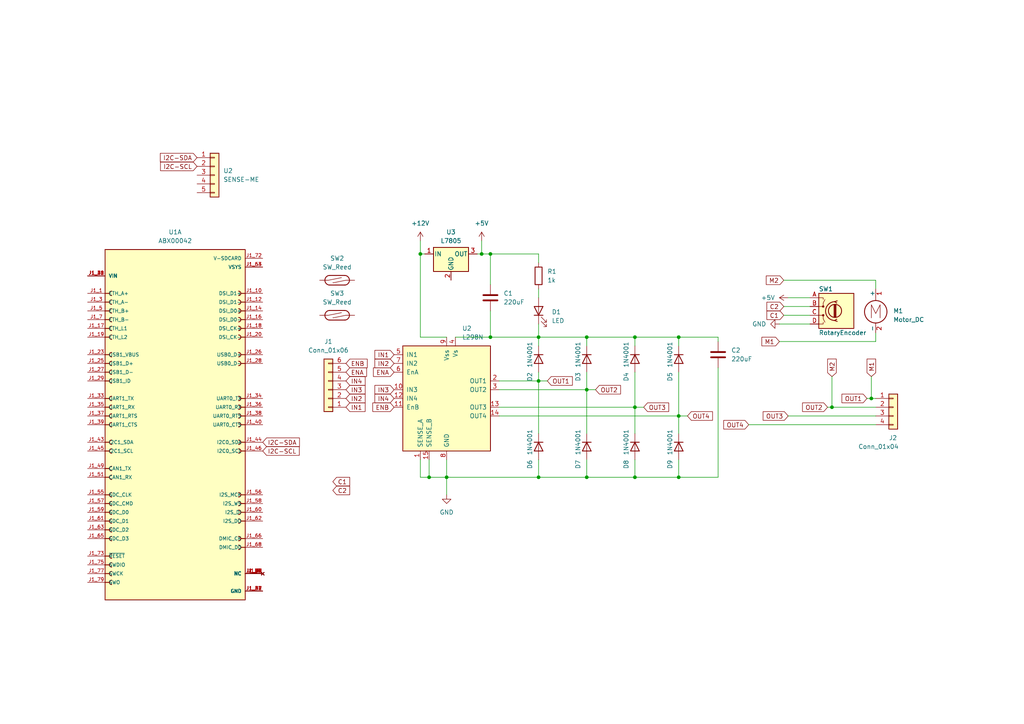
<source format=kicad_sch>
(kicad_sch (version 20230121) (generator eeschema)
  (paper "A4")
  (lib_symbols
    (symbol "ABX00042:ABX00042" (pin_names (offset 1.016))
      (property "Reference" "U" (at -20.32 52.07 0))
      (property "Value" "ABX00042" (at -20.32 -53.34 0))
      (symbol "ABX00042_1_0"
        (pin input line (at -25.4 38.1 0) (length 5.08) (name "ETH_A+") (number "J1_1"))
        (pin bidirectional line (at 25.4 38.1 180) (length 5.08) (name "DSI_D1+") (number "J1_10"))
        (pin no_connect line (at 25.4 -43.18 180) (length 5.08) (name "NC") (number "J1_11"))
        (pin bidirectional line (at 25.4 35.56 180) (length 5.08) (name "DSI_D1-") (number "J1_12"))
        (pin no_connect line (at 25.4 -43.18 180) (length 5.08) (name "NC") (number "J1_13"))
        (pin bidirectional line (at 25.4 33.02 180) (length 5.08) (name "DSI_D0+") (number "J1_14"))
        (pin no_connect line (at 25.4 -43.18 180) (length 5.08) (name "NC") (number "J1_15"))
        (pin bidirectional line (at 25.4 30.48 180) (length 5.08) (name "DSI_D0-") (number "J1_16"))
        (pin output line (at -25.4 27.94 0) (length 5.08) (name "ETH_L1") (number "J1_17"))
        (pin bidirectional line (at 25.4 27.94 180) (length 5.08) (name "DSI_CK+") (number "J1_18"))
        (pin output line (at -25.4 25.4 0) (length 5.08) (name "ETH_L2") (number "J1_19"))
        (pin no_connect line (at 25.4 -43.18 180) (length 5.08) (name "NC") (number "J1_2"))
        (pin bidirectional line (at 25.4 25.4 180) (length 5.08) (name "DSI_CK-") (number "J1_20"))
        (pin input line (at -25.4 43.18 0) (length 5.08) (name "VIN") (number "J1_21"))
        (pin power_in line (at 25.4 -48.26 180) (length 5.08) (name "GND") (number "J1_22"))
        (pin power_in line (at -25.4 20.32 0) (length 5.08) (name "USB1_VBUS") (number "J1_23"))
        (pin no_connect line (at 25.4 -43.18 180) (length 5.08) (name "NC") (number "J1_24"))
        (pin bidirectional line (at -25.4 17.78 0) (length 5.08) (name "USB1_D+") (number "J1_25"))
        (pin bidirectional line (at 25.4 20.32 180) (length 5.08) (name "USB0_D+") (number "J1_26"))
        (pin bidirectional line (at -25.4 15.24 0) (length 5.08) (name "USB1_D-") (number "J1_27"))
        (pin bidirectional line (at 25.4 17.78 180) (length 5.08) (name "USB0_D-") (number "J1_28"))
        (pin bidirectional line (at -25.4 12.7 0) (length 5.08) (name "USB1_ID") (number "J1_29"))
        (pin input line (at -25.4 35.56 0) (length 5.08) (name "ETH_A-") (number "J1_3"))
        (pin no_connect line (at 25.4 -43.18 180) (length 5.08) (name "NC") (number "J1_30"))
        (pin power_in line (at 25.4 -48.26 180) (length 5.08) (name "GND") (number "J1_31"))
        (pin input line (at -25.4 43.18 0) (length 5.08) (name "VIN") (number "J1_32"))
        (pin output line (at -25.4 7.62 0) (length 5.08) (name "UART1_TX") (number "J1_33"))
        (pin output line (at 25.4 7.62 180) (length 5.08) (name "UART0_TX") (number "J1_34"))
        (pin input line (at -25.4 5.08 0) (length 5.08) (name "UART1_RX") (number "J1_35"))
        (pin input line (at 25.4 5.08 180) (length 5.08) (name "UART0_RX") (number "J1_36"))
        (pin bidirectional line (at -25.4 2.54 0) (length 5.08) (name "UART1_RTS") (number "J1_37"))
        (pin bidirectional line (at 25.4 2.54 180) (length 5.08) (name "UART0_RTS") (number "J1_38"))
        (pin bidirectional line (at -25.4 0 0) (length 5.08) (name "UART1_CTS") (number "J1_39"))
        (pin no_connect line (at 25.4 -43.18 180) (length 5.08) (name "NC") (number "J1_4"))
        (pin bidirectional line (at 25.4 0 180) (length 5.08) (name "UART0_CTS") (number "J1_40"))
        (pin input line (at -25.4 43.18 0) (length 5.08) (name "VIN") (number "J1_41"))
        (pin power_in line (at 25.4 -48.26 180) (length 5.08) (name "GND") (number "J1_42"))
        (pin bidirectional line (at -25.4 -5.08 0) (length 5.08) (name "I2C1_SDA") (number "J1_43"))
        (pin bidirectional line (at 25.4 -5.08 180) (length 5.08) (name "I2C0_SDA") (number "J1_44"))
        (pin input line (at -25.4 -7.62 0) (length 5.08) (name "I2C1_SCL") (number "J1_45"))
        (pin input line (at 25.4 -7.62 180) (length 5.08) (name "I2C0_SCL") (number "J1_46"))
        (pin power_in line (at 25.4 -48.26 180) (length 5.08) (name "GND") (number "J1_47"))
        (pin input line (at -25.4 43.18 0) (length 5.08) (name "VIN") (number "J1_48"))
        (pin output line (at -25.4 -12.7 0) (length 5.08) (name "CAN1_TX") (number "J1_49"))
        (pin input line (at -25.4 33.02 0) (length 5.08) (name "ETH_B+") (number "J1_5"))
        (pin no_connect line (at 25.4 -43.18 180) (length 5.08) (name "NC") (number "J1_50"))
        (pin input line (at -25.4 -15.24 0) (length 5.08) (name "CAN1_RX") (number "J1_51"))
        (pin no_connect line (at 25.4 -43.18 180) (length 5.08) (name "NC") (number "J1_52"))
        (pin power_in line (at 25.4 45.72 180) (length 5.08) (name "VSYS") (number "J1_53"))
        (pin power_in line (at 25.4 -48.26 180) (length 5.08) (name "GND") (number "J1_54"))
        (pin input line (at -25.4 -20.32 0) (length 5.08) (name "SDC_CLK") (number "J1_55"))
        (pin bidirectional line (at 25.4 -20.32 180) (length 5.08) (name "I2S_MCK") (number "J1_56"))
        (pin input line (at -25.4 -22.86 0) (length 5.08) (name "SDC_CMD") (number "J1_57"))
        (pin bidirectional line (at 25.4 -22.86 180) (length 5.08) (name "I2S_WS") (number "J1_58"))
        (pin bidirectional line (at -25.4 -25.4 0) (length 5.08) (name "SDC_D0") (number "J1_59"))
        (pin no_connect line (at 25.4 -43.18 180) (length 5.08) (name "NC") (number "J1_6"))
        (pin input line (at 25.4 -25.4 180) (length 5.08) (name "I2S_DI") (number "J1_60"))
        (pin bidirectional line (at -25.4 -27.94 0) (length 5.08) (name "SDC_D1") (number "J1_61"))
        (pin output line (at 25.4 -27.94 180) (length 5.08) (name "I2S_DO") (number "J1_62"))
        (pin bidirectional line (at -25.4 -30.48 0) (length 5.08) (name "SDC_D2") (number "J1_63"))
        (pin power_in line (at 25.4 45.72 180) (length 5.08) (name "VSYS") (number "J1_64"))
        (pin bidirectional line (at -25.4 -33.02 0) (length 5.08) (name "SDC_D3") (number "J1_65"))
        (pin bidirectional line (at 25.4 -33.02 180) (length 5.08) (name "DMIC_CK") (number "J1_66"))
        (pin no_connect line (at 25.4 -43.18 180) (length 5.08) (name "NC") (number "J1_67"))
        (pin bidirectional line (at 25.4 -35.56 180) (length 5.08) (name "DMIC_D0") (number "J1_68"))
        (pin no_connect line (at 25.4 -43.18 180) (length 5.08) (name "NC") (number "J1_69"))
        (pin input line (at -25.4 30.48 0) (length 5.08) (name "ETH_B-") (number "J1_7"))
        (pin no_connect line (at 25.4 -43.18 180) (length 5.08) (name "NC") (number "J1_70"))
        (pin no_connect line (at 25.4 -43.18 180) (length 5.08) (name "NC") (number "J1_71"))
        (pin power_in line (at 25.4 48.26 180) (length 5.08) (name "V-SDCARD") (number "J1_72"))
        (pin input line (at -25.4 -38.1 0) (length 5.08) (name "~{RESET}") (number "J1_73"))
        (pin no_connect line (at 25.4 -43.18 180) (length 5.08) (name "NC") (number "J1_74"))
        (pin bidirectional line (at -25.4 -40.64 0) (length 5.08) (name "SWDIO") (number "J1_75"))
        (pin no_connect line (at 25.4 -43.18 180) (length 5.08) (name "NC") (number "J1_76"))
        (pin input line (at -25.4 -43.18 0) (length 5.08) (name "SWCK") (number "J1_77"))
        (pin no_connect line (at 25.4 -43.18 180) (length 5.08) (name "NC") (number "J1_78"))
        (pin output line (at -25.4 -45.72 0) (length 5.08) (name "SWO") (number "J1_79"))
        (pin no_connect line (at 25.4 -43.18 180) (length 5.08) (name "NC") (number "J1_8"))
        (pin no_connect line (at 25.4 -43.18 180) (length 5.08) (name "NC") (number "J1_80"))
        (pin no_connect line (at 25.4 -43.18 180) (length 5.08) (name "NC") (number "J1_9"))
      )
      (symbol "ABX00042_2_0"
        (pin input line (at -25.4 38.1 0) (length 5.08) (name "FORCE_BOOTLOADER") (number "J2_1"))
        (pin bidirectional line (at 25.4 27.94 180) (length 5.08) (name "CAM_D3") (number "J2_10"))
        (pin no_connect line (at 25.4 -40.64 180) (length 5.08) (name "NC_1") (number "J2_11"))
        (pin bidirectional line (at 25.4 25.4 180) (length 5.08) (name "CAM_D2") (number "J2_12"))
        (pin no_connect line (at 25.4 -40.64 180) (length 5.08) (name "NC_1") (number "J2_13"))
        (pin bidirectional line (at 25.4 22.86 180) (length 5.08) (name "CAM_D1") (number "J2_14"))
        (pin no_connect line (at 25.4 -40.64 180) (length 5.08) (name "NC_1") (number "J2_15"))
        (pin bidirectional line (at 25.4 20.32 180) (length 5.08) (name "CAM_D0") (number "J2_16"))
        (pin no_connect line (at 25.4 -40.64 180) (length 5.08) (name "NC_1") (number "J2_17"))
        (pin bidirectional line (at 25.4 17.78 180) (length 5.08) (name "CAM_VS") (number "J2_18"))
        (pin no_connect line (at 25.4 -40.64 180) (length 5.08) (name "NC_1") (number "J2_19"))
        (pin bidirectional line (at 25.4 38.1 180) (length 5.08) (name "CAM_D7") (number "J2_2"))
        (pin bidirectional line (at 25.4 15.24 180) (length 5.08) (name "CAM_CLK") (number "J2_20"))
        (pin no_connect line (at 25.4 -40.64 180) (length 5.08) (name "NC_1") (number "J2_21"))
        (pin bidirectional line (at 25.4 12.7 180) (length 5.08) (name "CAM_HS") (number "J2_22"))
        (pin power_in line (at 25.4 43.18 180) (length 5.08) (name "VCC/+3V3") (number "J2_23"))
        (pin power_in line (at 25.4 -45.72 180) (length 5.08) (name "GND_1") (number "J2_24"))
        (pin output line (at -25.4 25.4 0) (length 5.08) (name "UART3_TX") (number "J2_25"))
        (pin output line (at 25.4 7.62 180) (length 5.08) (name "UART2_TX") (number "J2_26"))
        (pin input line (at -25.4 22.86 0) (length 5.08) (name "UART3_RX") (number "J2_27"))
        (pin input line (at 25.4 5.08 180) (length 5.08) (name "UART2_RX") (number "J2_28"))
        (pin no_connect line (at 25.4 -40.64 180) (length 5.08) (name "NC_1") (number "J2_29"))
        (pin input line (at -25.4 35.56 0) (length 5.08) (name "BOOT_SOURCE") (number "J2_3"))
        (pin no_connect line (at 25.4 -40.64 180) (length 5.08) (name "NC_1") (number "J2_30"))
        (pin no_connect line (at 25.4 -40.64 180) (length 5.08) (name "NC_1") (number "J2_31"))
        (pin no_connect line (at 25.4 -40.64 180) (length 5.08) (name "NC_1") (number "J2_32"))
        (pin power_in line (at 25.4 -45.72 180) (length 5.08) (name "GND_1") (number "J2_33"))
        (pin power_in line (at 25.4 45.72 180) (length 5.08) (name "VCC") (number "J2_34"))
        (pin no_connect line (at 25.4 -40.64 180) (length 5.08) (name "NC_1") (number "J2_35"))
        (pin input line (at 25.4 0 180) (length 5.08) (name "SPI1_CS") (number "J2_36"))
        (pin no_connect line (at 25.4 -40.64 180) (length 5.08) (name "NC_1") (number "J2_37"))
        (pin input line (at 25.4 -2.54 180) (length 5.08) (name "SPI1_CK") (number "J2_38"))
        (pin no_connect line (at 25.4 -40.64 180) (length 5.08) (name "NC_1") (number "J2_39"))
        (pin bidirectional line (at 25.4 35.56 180) (length 5.08) (name "CAM_D6") (number "J2_4"))
        (pin output line (at 25.4 -5.08 180) (length 5.08) (name "SPI1_MISO") (number "J2_40"))
        (pin no_connect line (at 25.4 -40.64 180) (length 5.08) (name "NC_1") (number "J2_41"))
        (pin input line (at 25.4 -7.62 180) (length 5.08) (name "SPI1_MOSI") (number "J2_42"))
        (pin power_in line (at 25.4 43.18 180) (length 5.08) (name "VCC/+3V3") (number "J2_43"))
        (pin power_in line (at 25.4 -45.72 180) (length 5.08) (name "GND_1") (number "J2_44"))
        (pin bidirectional line (at -25.4 17.78 0) (length 5.08) (name "I2C2_SDA") (number "J2_45"))
        (pin bidirectional line (at -25.4 -27.94 0) (length 5.08) (name "GPIO_0") (number "J2_46"))
        (pin input line (at -25.4 15.24 0) (length 5.08) (name "I2C2_SCL") (number "J2_47"))
        (pin bidirectional line (at -25.4 -30.48 0) (length 5.08) (name "GPIO_1") (number "J2_48"))
        (pin input line (at -25.4 10.16 0) (length 5.08) (name "SAI_CK") (number "J2_49"))
        (pin input line (at -25.4 33.02 0) (length 5.08) (name "POWER_ON_REQ") (number "J2_5"))
        (pin bidirectional line (at -25.4 -33.02 0) (length 5.08) (name "GPIO_2") (number "J2_50"))
        (pin bidirectional line (at -25.4 7.62 0) (length 5.08) (name "SAI_FS") (number "J2_51"))
        (pin bidirectional line (at -25.4 -35.56 0) (length 5.08) (name "GPIO_3") (number "J2_52"))
        (pin bidirectional line (at -25.4 5.08 0) (length 5.08) (name "SAI_D0") (number "J2_53"))
        (pin bidirectional line (at -25.4 -38.1 0) (length 5.08) (name "GPIO_4") (number "J2_54"))
        (pin no_connect line (at 25.4 -40.64 180) (length 5.08) (name "NC_1") (number "J2_55"))
        (pin bidirectional line (at -25.4 -40.64 0) (length 5.08) (name "GPIO_5") (number "J2_56"))
        (pin power_in line (at 25.4 -45.72 180) (length 5.08) (name "GND_1") (number "J2_57"))
        (pin bidirectional line (at -25.4 -43.18 0) (length 5.08) (name "GPIO_6") (number "J2_58"))
        (pin bidirectional line (at 25.4 -12.7 180) (length 5.08) (name "PWM_1") (number "J2_59"))
        (pin bidirectional line (at 25.4 33.02 180) (length 5.08) (name "CAM_D5") (number "J2_6"))
        (pin bidirectional line (at 25.4 -25.4 180) (length 5.08) (name "PWM_6") (number "J2_60"))
        (pin bidirectional line (at 25.4 -15.24 180) (length 5.08) (name "PWM_2") (number "J2_61"))
        (pin bidirectional line (at 25.4 -27.94 180) (length 5.08) (name "PWM_7") (number "J2_62"))
        (pin bidirectional line (at 25.4 -17.78 180) (length 5.08) (name "PWM_3") (number "J2_63"))
        (pin bidirectional line (at 25.4 -30.48 180) (length 5.08) (name "PWM_8") (number "J2_64"))
        (pin bidirectional line (at 25.4 -20.32 180) (length 5.08) (name "PWM_4") (number "J2_65"))
        (pin bidirectional line (at 25.4 -33.02 180) (length 5.08) (name "PWM_9") (number "J2_66"))
        (pin bidirectional line (at 25.4 -22.86 180) (length 5.08) (name "PWM_5") (number "J2_67"))
        (pin bidirectional line (at 25.4 -35.56 180) (length 5.08) (name "PWM_10") (number "J2_68"))
        (pin power_in line (at 25.4 43.18 180) (length 5.08) (name "VCC/+3V3") (number "J2_69"))
        (pin input line (at -25.4 30.48 0) (length 5.08) (name "COINCELL") (number "J2_7"))
        (pin power_in line (at 25.4 -45.72 180) (length 5.08) (name "GND_1") (number "J2_70"))
        (pin input line (at -25.4 0 0) (length 5.08) (name "ADC_VREF+") (number "J2_71"))
        (pin input line (at -25.4 -2.54 0) (length 5.08) (name "ADC_VREF-") (number "J2_72"))
        (pin input line (at -25.4 -5.08 0) (length 5.08) (name "ADC_A0") (number "J2_73"))
        (pin input line (at -25.4 -15.24 0) (length 5.08) (name "ADC_A4") (number "J2_74"))
        (pin input line (at -25.4 -7.62 0) (length 5.08) (name "ADC_A1") (number "J2_75"))
        (pin input line (at -25.4 -17.78 0) (length 5.08) (name "ADC_A5") (number "J2_76"))
        (pin input line (at -25.4 -10.16 0) (length 5.08) (name "ADC_A2") (number "J2_77"))
        (pin input line (at -25.4 -20.32 0) (length 5.08) (name "ADC_A6") (number "J2_78"))
        (pin input line (at -25.4 -12.7 0) (length 5.08) (name "ADC_A3") (number "J2_79"))
        (pin bidirectional line (at 25.4 30.48 180) (length 5.08) (name "CAM_D4") (number "J2_8"))
        (pin input line (at -25.4 -22.86 0) (length 5.08) (name "ADC_A7") (number "J2_80"))
        (pin no_connect line (at 25.4 -40.64 180) (length 5.08) (name "NC_1") (number "J2_9"))
      )
      (symbol "ABX00042_3_0"
        (pin power_in line (at 15.24 27.94 180) (length 5.08) (name "AREF") (number "JA1"))
        (pin bidirectional line (at 15.24 10.16 180) (length 5.08) (name "D1") (number "JA10"))
        (pin bidirectional line (at 15.24 7.62 180) (length 5.08) (name "D2") (number "JA11"))
        (pin bidirectional line (at 15.24 5.08 180) (length 5.08) (name "D3") (number "JA12"))
        (pin bidirectional line (at 15.24 2.54 180) (length 5.08) (name "D4") (number "JA13"))
        (pin bidirectional line (at 15.24 0 180) (length 5.08) (name "D5") (number "JA14"))
        (pin bidirectional line (at -15.24 12.7 0) (length 5.08) (name "A0_D15") (number "JA2"))
        (pin bidirectional line (at -15.24 10.16 0) (length 5.08) (name "A1_D16") (number "JA3"))
        (pin bidirectional line (at -15.24 7.62 0) (length 5.08) (name "A2_D17") (number "JA4"))
        (pin bidirectional line (at -15.24 5.08 0) (length 5.08) (name "A3_D18") (number "JA5"))
        (pin bidirectional line (at -15.24 2.54 0) (length 5.08) (name "A4_D19") (number "JA6"))
        (pin bidirectional line (at -15.24 0 0) (length 5.08) (name "A5_D20") (number "JA7"))
        (pin bidirectional line (at -15.24 -2.54 0) (length 5.08) (name "A6_D21") (number "JA8"))
        (pin bidirectional line (at 15.24 12.7 180) (length 5.08) (name "D0") (number "JA9"))
        (pin power_in line (at 15.24 25.4 180) (length 5.08) (name "+5V") (number "JD1"))
        (pin bidirectional line (at 15.24 -12.7 180) (length 5.08) (name "D10") (number "JD10"))
        (pin bidirectional line (at 15.24 -10.16 180) (length 5.08) (name "D9") (number "JD11"))
        (pin bidirectional line (at 15.24 -7.62 180) (length 5.08) (name "D8") (number "JD12"))
        (pin bidirectional line (at 15.24 -5.08 180) (length 5.08) (name "D7") (number "JD13"))
        (pin bidirectional line (at 15.24 -2.54 180) (length 5.08) (name "D6") (number "JD14"))
        (pin input line (at -15.24 17.78 0) (length 5.08) (name "VIN_1") (number "JD2"))
        (pin power_in line (at 15.24 22.86 180) (length 5.08) (name "+3V3") (number "JD3"))
        (pin power_in line (at 15.24 -27.94 180) (length 5.08) (name "GND_2") (number "JD4"))
        (pin input line (at -15.24 20.32 0) (length 5.08) (name "RESET_1") (number "JD5"))
        (pin bidirectional line (at 15.24 -22.86 180) (length 5.08) (name "D14") (number "JD6"))
        (pin bidirectional line (at 15.24 -20.32 180) (length 5.08) (name "D13") (number "JD7"))
        (pin bidirectional line (at 15.24 -17.78 180) (length 5.08) (name "D12") (number "JD8"))
        (pin bidirectional line (at 15.24 -15.24 180) (length 5.08) (name "D11") (number "JD9"))
      )
    )
    (symbol "Connector_Generic:Conn_01x04" (pin_names (offset 1.016) hide)
      (property "Reference" "J" (at 0 5.08 0))
      (property "Value" "Conn_01x04" (at 0 -7.62 0))
      (symbol "Conn_01x04_1_1"
        (pin passive line (at -5.08 2.54 0) (length 3.81) (name "Pin_1") (number "1"))
        (pin passive line (at -5.08 0 0) (length 3.81) (name "Pin_2") (number "2"))
        (pin passive line (at -5.08 -2.54 0) (length 3.81) (name "Pin_3") (number "3"))
        (pin passive line (at -5.08 -5.08 0) (length 3.81) (name "Pin_4") (number "4"))
      )
    )
    (symbol "Connector_Generic:Conn_01x05" (pin_names (offset 1.016) hide)
      (property "Reference" "J" (at 0 7.62 0))
      (property "Value" "Conn_01x05" (at 0 -7.62 0))
      (symbol "Conn_01x05_1_1"
        (pin passive line (at -5.08 5.08 0) (length 3.81) (name "Pin_1") (number "1"))
        (pin passive line (at -5.08 2.54 0) (length 3.81) (name "Pin_2") (number "2"))
        (pin passive line (at -5.08 0 0) (length 3.81) (name "Pin_3") (number "3"))
        (pin passive line (at -5.08 -2.54 0) (length 3.81) (name "Pin_4") (number "4"))
        (pin passive line (at -5.08 -5.08 0) (length 3.81) (name "Pin_5") (number "5"))
      )
    )
    (symbol "Connector_Generic:Conn_01x06" (pin_names (offset 1.016) hide)
      (property "Reference" "J" (at 0 7.62 0))
      (property "Value" "Conn_01x06" (at 0 -10.16 0))
      (symbol "Conn_01x06_1_1"
        (pin passive line (at -5.08 5.08 0) (length 3.81) (name "Pin_1") (number "1"))
        (pin passive line (at -5.08 2.54 0) (length 3.81) (name "Pin_2") (number "2"))
        (pin passive line (at -5.08 0 0) (length 3.81) (name "Pin_3") (number "3"))
        (pin passive line (at -5.08 -2.54 0) (length 3.81) (name "Pin_4") (number "4"))
        (pin passive line (at -5.08 -5.08 0) (length 3.81) (name "Pin_5") (number "5"))
        (pin passive line (at -5.08 -7.62 0) (length 3.81) (name "Pin_6") (number "6"))
      )
    )
    (symbol "Device:C" (pin_numbers hide) (pin_names (offset 0.254))
      (property "Reference" "C" (at 0.635 2.54 0))
      (property "Value" "C" (at 0.635 -2.54 0))
      (symbol "C_1_1"
        (pin passive line (at 0 3.81 270) (length 2.794) (name "~") (number "1"))
        (pin passive line (at 0 -3.81 90) (length 2.794) (name "~") (number "2"))
      )
    )
    (symbol "Device:LED" (pin_numbers hide) (pin_names (offset 1.016) hide)
      (property "Reference" "D" (at 0 2.54 0))
      (property "Value" "LED" (at 0 -2.54 0))
      (symbol "LED_1_1"
        (pin passive line (at -3.81 0 0) (length 2.54) (name "K") (number "1"))
        (pin passive line (at 3.81 0 180) (length 2.54) (name "A") (number "2"))
      )
    )
    (symbol "Device:R" (pin_numbers hide) (pin_names (offset 0))
      (property "Reference" "R" (at 2.032 0 90))
      (property "Value" "R" (at 0 0 90))
      (symbol "R_1_1"
        (pin passive line (at 0 3.81 270) (length 1.27) (name "~") (number "1"))
        (pin passive line (at 0 -3.81 90) (length 1.27) (name "~") (number "2"))
      )
    )
    (symbol "Device:RotaryEncoder" (pin_names (offset 0.254) hide)
      (property "Reference" "SW1" (at -5.08 6.35 0))
      (property "Value" "RotaryEncoder" (at -5.08 -6.35 0))
      (symbol "RotaryEncoder_1_1"
        (pin passive line (at -7.62 3.81 0) (length 2.54) (name "VCC") (number "A"))
        (pin passive line (at -7.62 1.27 0) (length 2.54) (name "C2") (number "B"))
        (pin passive line (at -7.62 -1.27 0) (length 2.54) (name "C1") (number "C"))
        (pin passive line (at -7.62 -3.81 0) (length 2.54) (name "GND") (number "D"))
      )
    )
    (symbol "Diode:1N4001" (pin_numbers hide) (pin_names hide)
      (property "Reference" "D" (at 0 2.54 0))
      (property "Value" "1N4001" (at 0 -2.54 0))
      (symbol "1N4001_1_1"
        (pin passive line (at -3.81 0 0) (length 2.54) (name "K") (number "1"))
        (pin passive line (at 3.81 0 180) (length 2.54) (name "A") (number "2"))
      )
    )
    (symbol "Driver_Motor:L298N" (pin_names (offset 1.016))
      (property "Reference" "U" (at -10.16 16.51 0))
      (property "Value" "L298N" (at 12.7 16.51 0))
      (symbol "L298N_1_1"
        (pin power_in line (at -7.62 -17.78 90) (length 2.54) (name "SENSE_A") (number "1"))
        (pin input line (at -15.24 2.54 0) (length 2.54) (name "IN3") (number "10"))
        (pin input line (at -15.24 -2.54 0) (length 2.54) (name "EnB") (number "11"))
        (pin input line (at -15.24 0 0) (length 2.54) (name "IN4") (number "12"))
        (pin output line (at 15.24 -2.54 180) (length 2.54) (name "OUT3") (number "13"))
        (pin output line (at 15.24 -5.08 180) (length 2.54) (name "OUT4") (number "14"))
        (pin power_in line (at -5.08 -17.78 90) (length 2.54) (name "SENSE_B") (number "15"))
        (pin output line (at 15.24 5.08 180) (length 2.54) (name "OUT1") (number "2"))
        (pin output line (at 15.24 2.54 180) (length 2.54) (name "OUT2") (number "3"))
        (pin power_in line (at 2.54 17.78 270) (length 2.54) (name "Vs") (number "4"))
        (pin input line (at -15.24 12.7 0) (length 2.54) (name "IN1") (number "5"))
        (pin input line (at -15.24 7.62 0) (length 2.54) (name "EnA") (number "6"))
        (pin input line (at -15.24 10.16 0) (length 2.54) (name "IN2") (number "7"))
        (pin power_in line (at 0 -17.78 90) (length 2.54) (name "GND") (number "8"))
        (pin power_in line (at 0 17.78 270) (length 2.54) (name "Vss") (number "9"))
      )
    )
    (symbol "Motor:Motor_DC" (pin_names (offset 0))
      (property "Reference" "M" (at 2.54 2.54 0))
      (property "Value" "Motor_DC" (at 2.54 -5.08 0))
      (symbol "Motor_DC_1_1"
        (pin passive line (at 0 5.08 270) (length 2.54) (name "+") (number "1"))
        (pin passive line (at 0 -7.62 90) (length 2.54) (name "-") (number "2"))
      )
    )
    (symbol "Regulator_Linear:L7805" (pin_names (offset 0.254))
      (property "Reference" "U" (at -3.81 3.175 0))
      (property "Value" "L7805" (at 0 3.175 0))
      (symbol "L7805_1_1"
        (pin power_in line (at -7.62 0 0) (length 2.54) (name "IN") (number "1"))
        (pin power_in line (at 0 -7.62 90) (length 2.54) (name "GND") (number "2"))
        (pin power_out line (at 7.62 0 180) (length 2.54) (name "OUT") (number "3"))
      )
    )
    (symbol "Switch:SW_Reed" (pin_numbers hide) (pin_names (offset 0) hide)
      (property "Reference" "SW" (at 0 2.54 0))
      (property "Value" "SW_Reed" (at 0 -2.54 0))
      (symbol "SW_Reed_1_1"
        (pin passive line (at -5.08 0 0) (length 2.54) (name "1") (number "1"))
        (pin passive line (at 5.08 0 180) (length 2.54) (name "2") (number "2"))
      )
    )
    (symbol "power:+12V" (power) (pin_names (offset 0))
      (property "Value" "+12V" (at 0 3.556 0))
      (symbol "+12V_1_1"
        (pin power_in line (at 0 0 90) (length 0) hide (name "+12V") (number "1"))
      )
    )
    (symbol "power:+5V" (power) (pin_names (offset 0))
      (property "Value" "+5V" (at 0 3.556 0))
      (symbol "+5V_1_1"
        (pin power_in line (at 0 0 90) (length 0) hide (name "+5V") (number "1"))
      )
    )
    (symbol "power:GND" (power) (pin_names (offset 0))
      (property "Value" "GND" (at 0 -3.81 0))
      (symbol "GND_1_1"
        (pin power_in line (at 0 0 270) (length 0) hide (name "GND") (number "1"))
      )
    )
  )
  (junction (at 196.85 120.65))
  (junction (at 170.18 97.79))
  (junction (at 241.3 118.11))
  (junction (at 124.46 138.43))
  (junction (at 142.24 73.66))
  (junction (at 142.24 97.79))
  (junction (at 184.15 97.79))
  (junction (at 196.85 138.43))
  (junction (at 129.54 138.43))
  (junction (at 156.21 110.49))
  (junction (at 121.92 73.66))
  (junction (at 196.85 97.79))
  (junction (at 139.7 73.66))
  (junction (at 184.15 118.11))
  (junction (at 184.15 138.43))
  (junction (at 170.18 138.43))
  (junction (at 156.21 138.43))
  (junction (at 156.21 97.79))
  (junction (at 252.73 115.57))
  (junction (at 170.18 113.03))
  (wire (pts (xy 156.21 110.49) (xy 156.21 125.73)))
  (wire (pts (xy 227.33 81.28) (xy 254 81.28)))
  (wire (pts (xy 156.21 93.98) (xy 156.21 97.79)))
  (wire (pts (xy 254 81.28) (xy 254 83.82)))
  (wire (pts (xy 170.18 97.79) (xy 170.18 100.33)))
  (wire (pts (xy 139.7 73.66) (xy 138.43 73.66)))
  (wire (pts (xy 184.15 97.79) (xy 196.85 97.79)))
  (wire (pts (xy 156.21 76.2) (xy 156.21 73.66)))
  (wire (pts (xy 142.24 73.66) (xy 142.24 82.55)))
  (wire (pts (xy 170.18 133.35) (xy 170.18 138.43)))
  (wire (pts (xy 196.85 138.43) (xy 184.15 138.43)))
  (wire (pts (xy 254 123.19) (xy 217.17 123.19)))
  (wire (pts (xy 228.6 86.36) (xy 234.95 86.36)))
  (wire (pts (xy 254 96.52) (xy 254 99.06)))
  (wire (pts (xy 184.15 118.11) (xy 184.15 125.73)))
  (wire (pts (xy 254 118.11) (xy 241.3 118.11)))
  (wire (pts (xy 208.28 106.68) (xy 208.28 138.43)))
  (wire (pts (xy 156.21 97.79) (xy 142.24 97.79)))
  (wire (pts (xy 208.28 99.06) (xy 208.28 97.79)))
  (wire (pts (xy 121.92 133.35) (xy 121.92 138.43)))
  (wire (pts (xy 121.92 97.79) (xy 121.92 73.66)))
  (wire (pts (xy 121.92 138.43) (xy 124.46 138.43)))
  (wire (pts (xy 226.06 93.98) (xy 234.95 93.98)))
  (wire (pts (xy 144.78 110.49) (xy 156.21 110.49)))
  (wire (pts (xy 252.73 109.22) (xy 252.73 115.57)))
  (wire (pts (xy 227.33 88.9) (xy 234.95 88.9)))
  (wire (pts (xy 170.18 107.95) (xy 170.18 113.03)))
  (wire (pts (xy 156.21 110.49) (xy 156.21 107.95)))
  (wire (pts (xy 156.21 97.79) (xy 170.18 97.79)))
  (wire (pts (xy 252.73 115.57) (xy 251.46 115.57)))
  (wire (pts (xy 121.92 73.66) (xy 123.19 73.66)))
  (wire (pts (xy 142.24 73.66) (xy 139.7 73.66)))
  (wire (pts (xy 184.15 133.35) (xy 184.15 138.43)))
  (wire (pts (xy 129.54 133.35) (xy 129.54 138.43)))
  (wire (pts (xy 184.15 97.79) (xy 184.15 100.33)))
  (wire (pts (xy 184.15 107.95) (xy 184.15 118.11)))
  (wire (pts (xy 254 120.65) (xy 228.6 120.65)))
  (wire (pts (xy 196.85 120.65) (xy 196.85 125.73)))
  (wire (pts (xy 196.85 133.35) (xy 196.85 138.43)))
  (wire (pts (xy 142.24 90.17) (xy 142.24 97.79)))
  (wire (pts (xy 170.18 113.03) (xy 172.72 113.03)))
  (wire (pts (xy 129.54 138.43) (xy 124.46 138.43)))
  (wire (pts (xy 156.21 138.43) (xy 129.54 138.43)))
  (wire (pts (xy 241.3 109.22) (xy 241.3 118.11)))
  (wire (pts (xy 156.21 100.33) (xy 156.21 97.79)))
  (wire (pts (xy 170.18 138.43) (xy 156.21 138.43)))
  (wire (pts (xy 208.28 97.79) (xy 196.85 97.79)))
  (wire (pts (xy 144.78 113.03) (xy 170.18 113.03)))
  (wire (pts (xy 254 115.57) (xy 252.73 115.57)))
  (wire (pts (xy 226.06 99.06) (xy 254 99.06)))
  (wire (pts (xy 139.7 69.85) (xy 139.7 73.66)))
  (wire (pts (xy 227.33 91.44) (xy 234.95 91.44)))
  (wire (pts (xy 208.28 138.43) (xy 196.85 138.43)))
  (wire (pts (xy 132.08 97.79) (xy 142.24 97.79)))
  (wire (pts (xy 196.85 120.65) (xy 199.39 120.65)))
  (wire (pts (xy 184.15 118.11) (xy 186.69 118.11)))
  (wire (pts (xy 184.15 138.43) (xy 170.18 138.43)))
  (wire (pts (xy 158.75 110.49) (xy 156.21 110.49)))
  (wire (pts (xy 144.78 118.11) (xy 184.15 118.11)))
  (wire (pts (xy 241.3 118.11) (xy 240.03 118.11)))
  (wire (pts (xy 156.21 133.35) (xy 156.21 138.43)))
  (wire (pts (xy 170.18 113.03) (xy 170.18 125.73)))
  (wire (pts (xy 129.54 138.43) (xy 129.54 143.51)))
  (wire (pts (xy 156.21 83.82) (xy 156.21 86.36)))
  (wire (pts (xy 129.54 97.79) (xy 121.92 97.79)))
  (wire (pts (xy 124.46 133.35) (xy 124.46 138.43)))
  (wire (pts (xy 196.85 100.33) (xy 196.85 97.79)))
  (wire (pts (xy 156.21 73.66) (xy 142.24 73.66)))
  (wire (pts (xy 196.85 107.95) (xy 196.85 120.65)))
  (wire (pts (xy 170.18 97.79) (xy 184.15 97.79)))
  (wire (pts (xy 121.92 69.85) (xy 121.92 73.66)))
  (wire (pts (xy 144.78 120.65) (xy 196.85 120.65)))
  (global_label "I2C-SDA" (shape input) (at 57.15 45.72 180) (property "Intersheetrefs" "${INTERSHEET_REFS}" (effects hide)))
  (global_label "IN1" (shape input) (at 100.33 118.11 0) (property "Intersheetrefs" "${INTERSHEET_REFS}" (effects hide)))
  (global_label "C2" (shape input) (at 96.52 142.24 0) (property "Intersheetrefs" "${INTERSHEET_REFS}" (effects hide)))
  (global_label "ENB" (shape input) (at 100.33 105.41 0) (property "Intersheetrefs" "${INTERSHEET_REFS}" (effects hide)))
  (global_label "OUT3" (shape input) (at 186.69 118.11 0) (property "Intersheetrefs" "${INTERSHEET_REFS}" (effects hide)))
  (global_label "IN2" (shape input) (at 114.3 105.41 180) (property "Intersheetrefs" "${INTERSHEET_REFS}" (effects hide)))
  (global_label "I2C-SDA" (shape input) (at 76.2 128.27 0) (property "Intersheetrefs" "${INTERSHEET_REFS}" (effects hide)))
  (global_label "C1" (shape input) (at 96.52 139.7 0) (property "Intersheetrefs" "${INTERSHEET_REFS}" (effects hide)))
  (global_label "C1" (shape input) (at 227.33 91.44 180) (property "Intersheetrefs" "${INTERSHEET_REFS}" (effects hide)))
  (global_label "IN1" (shape input) (at 114.3 102.87 180) (property "Intersheetrefs" "${INTERSHEET_REFS}" (effects hide)))
  (global_label "M1" (shape input) (at 226.06 99.06 180) (property "Intersheetrefs" "${INTERSHEET_REFS}" (effects hide)))
  (global_label "OUT4" (shape input) (at 199.39 120.65 0) (property "Intersheetrefs" "${INTERSHEET_REFS}" (effects hide)))
  (global_label "M2" (shape input) (at 241.3 109.22 90) (property "Intersheetrefs" "${INTERSHEET_REFS}" (effects hide)))
  (global_label "IN4" (shape input) (at 100.33 110.49 0) (property "Intersheetrefs" "${INTERSHEET_REFS}" (effects hide)))
  (global_label "OUT2" (shape input) (at 240.03 118.11 180) (property "Intersheetrefs" "${INTERSHEET_REFS}" (effects hide)))
  (global_label "IN2" (shape input) (at 100.33 115.57 0) (property "Intersheetrefs" "${INTERSHEET_REFS}" (effects hide)))
  (global_label "ENA" (shape input) (at 114.3 107.95 180) (property "Intersheetrefs" "${INTERSHEET_REFS}" (effects hide)))
  (global_label "ENB" (shape input) (at 114.3 118.11 180) (property "Intersheetrefs" "${INTERSHEET_REFS}" (effects hide)))
  (global_label "IN4" (shape input) (at 114.3 115.57 180) (property "Intersheetrefs" "${INTERSHEET_REFS}" (effects hide)))
  (global_label "I2C-SCL" (shape input) (at 57.15 48.26 180) (property "Intersheetrefs" "${INTERSHEET_REFS}" (effects hide)))
  (global_label "ENA" (shape input) (at 100.33 107.95 0) (property "Intersheetrefs" "${INTERSHEET_REFS}" (effects hide)))
  (global_label "IN3" (shape input) (at 114.3 113.03 180) (property "Intersheetrefs" "${INTERSHEET_REFS}" (effects hide)))
  (global_label "M1" (shape input) (at 252.73 109.22 90) (property "Intersheetrefs" "${INTERSHEET_REFS}" (effects hide)))
  (global_label "OUT2" (shape input) (at 172.72 113.03 0) (property "Intersheetrefs" "${INTERSHEET_REFS}" (effects hide)))
  (global_label "OUT3" (shape input) (at 228.6 120.65 180) (property "Intersheetrefs" "${INTERSHEET_REFS}" (effects hide)))
  (global_label "IN3" (shape input) (at 100.33 113.03 0) (property "Intersheetrefs" "${INTERSHEET_REFS}" (effects hide)))
  (global_label "OUT1" (shape input) (at 251.46 115.57 180) (property "Intersheetrefs" "${INTERSHEET_REFS}" (effects hide)))
  (global_label "OUT4" (shape input) (at 217.17 123.19 180) (property "Intersheetrefs" "${INTERSHEET_REFS}" (effects hide)))
  (global_label "M2" (shape input) (at 227.33 81.28 180) (property "Intersheetrefs" "${INTERSHEET_REFS}" (effects hide)))
  (global_label "OUT1" (shape input) (at 158.75 110.49 0) (property "Intersheetrefs" "${INTERSHEET_REFS}" (effects hide)))
  (global_label "I2C-SCL" (shape input) (at 76.2 130.81 0) (property "Intersheetrefs" "${INTERSHEET_REFS}" (effects hide)))
  (global_label "C2" (shape input) (at 227.33 88.9 180) (property "Intersheetrefs" "${INTERSHEET_REFS}" (effects hide)))
  (symbol (lib_id "power:+12V") (at 121.92 69.85 0) (unit 1)
    (property "Reference" "#PWR03" (effects hide))
    (property "Value" "+12V" (at 121.92 64.77 0))
  )
  (symbol (lib_id "Device:C") (at 208.28 102.87 0) (unit 1)
    (property "Reference" "C2" (at 212.09 101.6 0) (effects (justify left)))
    (property "Value" "220uF" (at 212.09 104.14 0) (effects (justify left)))
  )
  (symbol (lib_id "Connector_Generic:Conn_01x05") (at 62.23 50.8 0) (unit 1)
    (property "Reference" "U2" (at 64.77 49.53 0) (effects (justify left)))
    (property "Value" "SENSE-ME" (at 64.77 52.07 0) (effects (justify left)))
    (property "Footprint" "Connector_TE-Connectivity:TE_826576-6_1x06_P3.96mm_Vertical" (effects hide))
  )
  (symbol (lib_id "Device:C") (at 142.24 86.36 0) (unit 1)
    (property "Reference" "C1" (at 146.05 85.09 0) (effects (justify left)))
    (property "Value" "220uF" (at 146.05 87.63 0) (effects (justify left)))
  )
  (symbol (lib_id "Regulator_Linear:L7805") (at 130.81 73.66 0) (unit 1)
    (property "Reference" "U3" (at 130.81 67.31 0))
    (property "Value" "L7805" (at 130.81 69.85 0))
    (property "Datasheet" "http://www.st.com/content/ccc/resource/technical/document/datasheet/41/4f/b3/b0/12/d4/47/88/CD00000444.pdf/files/CD00000444.pdf/jcr:content/translations/en.CD00000444.pdf" (effects hide))
  )
  (symbol (lib_id "Diode:1N4001") (at 184.15 129.54 270) (unit 1)
    (property "Reference" "D8" (at 181.61 133.35 0) (effects (justify left)))
    (property "Value" "1N4001" (at 181.61 124.46 0) (effects (justify left)))
    (property "Footprint" "Diode_THT:D_DO-41_SOD81_P10.16mm_Horizontal" (effects hide))
    (property "Datasheet" "http://www.vishay.com/docs/88503/1n4001.pdf" (effects hide))
    (property "Sim.Device" "D" (effects hide))
    (property "Sim.Pins" "1=K 2=A" (effects hide))
  )
  (symbol (lib_id "Diode:1N4001") (at 170.18 129.54 270) (unit 1)
    (property "Reference" "D7" (at 167.64 133.35 0) (effects (justify left)))
    (property "Value" "1N4001" (at 167.64 124.46 0) (effects (justify left)))
    (property "Footprint" "Diode_THT:D_DO-41_SOD81_P10.16mm_Horizontal" (effects hide))
    (property "Datasheet" "http://www.vishay.com/docs/88503/1n4001.pdf" (effects hide))
    (property "Sim.Device" "D" (effects hide))
    (property "Sim.Pins" "1=K 2=A" (effects hide))
  )
  (symbol (lib_id "Switch:SW_Reed") (at 97.79 91.44 0) (unit 1)
    (property "Reference" "SW3" (at 97.79 85.09 0))
    (property "Value" "SW_Reed" (at 97.79 87.63 0))
  )
  (symbol (lib_id "Diode:1N4001") (at 196.85 104.14 270) (unit 1)
    (property "Reference" "D5" (at 194.31 107.95 0) (effects (justify left)))
    (property "Value" "1N4001" (at 194.31 99.06 0) (effects (justify left)))
    (property "Footprint" "Diode_THT:D_DO-41_SOD81_P10.16mm_Horizontal" (effects hide))
    (property "Datasheet" "http://www.vishay.com/docs/88503/1n4001.pdf" (effects hide))
    (property "Sim.Device" "D" (effects hide))
    (property "Sim.Pins" "1=K 2=A" (effects hide))
  )
  (symbol (lib_id "power:GND") (at 129.54 143.51 0) (unit 1)
    (property "Reference" "#PWR01" (effects hide))
    (property "Value" "GND" (at 129.54 148.59 0))
  )
  (symbol (lib_id "Diode:1N4001") (at 184.15 104.14 270) (unit 1)
    (property "Reference" "D4" (at 181.61 107.95 0) (effects (justify left)))
    (property "Value" "1N4001" (at 181.61 99.06 0) (effects (justify left)))
    (property "Footprint" "Diode_THT:D_DO-41_SOD81_P10.16mm_Horizontal" (effects hide))
    (property "Datasheet" "http://www.vishay.com/docs/88503/1n4001.pdf" (effects hide))
    (property "Sim.Device" "D" (effects hide))
    (property "Sim.Pins" "1=K 2=A" (effects hide))
  )
  (symbol (lib_id "Device:R") (at 156.21 80.01 0) (unit 1)
    (property "Reference" "R1" (at 158.75 78.74 0) (effects (justify left)))
    (property "Value" "1k" (at 158.75 81.28 0) (effects (justify left)))
  )
  (symbol (lib_id "Device:RotaryEncoder") (at 242.57 90.17 0) (unit 1)
    (property "Reference" "SW1" (at 237.49 83.82 0) (effects (justify left)))
    (property "Value" "RotaryEncoder" (at 237.49 96.52 0) (effects (justify left)))
  )
  (symbol (lib_id "power:+5V") (at 139.7 69.85 0) (unit 1)
    (property "Reference" "#PWR04" (effects hide))
    (property "Value" "+5V" (at 139.7 64.77 0))
  )
  (symbol (lib_id "Diode:1N4001") (at 156.21 104.14 270) (unit 1)
    (property "Reference" "D2" (at 153.67 107.95 0) (effects (justify left)))
    (property "Value" "1N4001" (at 153.67 99.06 0) (effects (justify left)))
    (property "Footprint" "Diode_THT:D_DO-41_SOD81_P10.16mm_Horizontal" (effects hide))
    (property "Datasheet" "http://www.vishay.com/docs/88503/1n4001.pdf" (effects hide))
    (property "Sim.Device" "D" (effects hide))
    (property "Sim.Pins" "1=K 2=A" (effects hide))
  )
  (symbol (lib_id "ABX00042:ABX00042") (at 50.8 123.19 0) (unit 1)
    (property "Reference" "U1" (at 50.8 67.31 0))
    (property "Value" "ABX00042" (at 50.8 69.85 0))
    (property "Footprint" "ABX00042:MODULE_ABX00042" (effects hide))
    (property "MF" "Arduino" (effects hide))
    (property "Description" "\nDevelopment Boards & Kits - ARM Portenta H7 | Arduino ABX00042\n" (effects hide))
    (property "Package" "None" (effects hide))
    (property "Price" "None" (effects hide))
    (property "Check_prices" "https://www.snapeda.com/parts/ABX00042/Arduino/view-part/?ref=eda" (effects hide))
    (property "STANDARD" "Manufacturer Recommendations" (effects hide))
    (property "PARTREV" "2" (effects hide))
    (property "SnapEDA_Link" "https://www.snapeda.com/parts/ABX00042/Arduino/view-part/?ref=snap" (effects hide))
    (property "MP" "ABX00042" (effects hide))
    (property "Purchase-URL" "https://www.snapeda.com/api/url_track_click_mouser/?unipart_id=6801596&manufacturer=Arduino&part_name=ABX00042&search_term=None" (effects hide))
    (property "Availability" "In Stock" (effects hide))
    (property "MANUFACTURER" "Arduino" (effects hide))
  )
  (symbol (lib_id "power:+5V") (at 228.6 86.36 90) (unit 1)
    (property "Reference" "#PWR05" (effects hide))
    (property "Value" "+5V" (at 224.79 86.36 90) (effects (justify left)))
  )
  (symbol (lib_id "Connector_Generic:Conn_01x06") (at 95.25 113.03 180) (unit 1)
    (property "Reference" "J1" (at 95.25 99.06 0))
    (property "Value" "Conn_01x06" (at 95.25 101.6 0))
  )
  (symbol (lib_id "Switch:SW_Reed") (at 97.79 81.28 0) (unit 1)
    (property "Reference" "SW2" (at 97.79 74.93 0))
    (property "Value" "SW_Reed" (at 97.79 77.47 0))
  )
  (symbol (lib_id "Device:LED") (at 156.21 90.17 90) (unit 1)
    (property "Reference" "D1" (at 160.02 90.4875 90) (effects (justify right)))
    (property "Value" "LED" (at 160.02 93.0275 90) (effects (justify right)))
  )
  (symbol (lib_id "power:GND") (at 226.06 93.98 270) (unit 1)
    (property "Reference" "#PWR02" (effects hide))
    (property "Value" "GND" (at 222.25 93.98 90) (effects (justify right)))
  )
  (symbol (lib_id "Driver_Motor:L298N") (at 129.54 115.57 0) (unit 1)
    (property "Reference" "U2" (at 134.0359 95.25 0) (effects (justify left)))
    (property "Value" "L298N" (at 134.0359 97.79 0) (effects (justify left)))
    (property "Footprint" "Package_TO_SOT_THT:TO-220-15_P2.54x2.54mm_StaggerOdd_Lead4.58mm_Vertical" (effects hide))
    (property "Datasheet" "http://www.st.com/st-web-ui/static/active/en/resource/technical/document/datasheet/CD00000240.pdf" (effects hide))
  )
  (symbol (lib_id "Diode:1N4001") (at 170.18 104.14 270) (unit 1)
    (property "Reference" "D3" (at 167.64 107.95 0) (effects (justify left)))
    (property "Value" "1N4001" (at 167.64 99.06 0) (effects (justify left)))
    (property "Footprint" "Diode_THT:D_DO-41_SOD81_P10.16mm_Horizontal" (effects hide))
    (property "Datasheet" "http://www.vishay.com/docs/88503/1n4001.pdf" (effects hide))
    (property "Sim.Device" "D" (effects hide))
    (property "Sim.Pins" "1=K 2=A" (effects hide))
  )
  (symbol (lib_id "Diode:1N4001") (at 196.85 129.54 270) (unit 1)
    (property "Reference" "D9" (at 194.31 133.35 0) (effects (justify left)))
    (property "Value" "1N4001" (at 194.31 124.46 0) (effects (justify left)))
    (property "Footprint" "Diode_THT:D_DO-41_SOD81_P10.16mm_Horizontal" (effects hide))
    (property "Datasheet" "http://www.vishay.com/docs/88503/1n4001.pdf" (effects hide))
    (property "Sim.Device" "D" (effects hide))
    (property "Sim.Pins" "1=K 2=A" (effects hide))
  )
  (symbol (lib_id "Diode:1N4001") (at 156.21 129.54 270) (unit 1)
    (property "Reference" "D6" (at 153.67 133.35 0) (effects (justify left)))
    (property "Value" "1N4001" (at 153.67 124.46 0) (effects (justify left)))
    (property "Footprint" "Diode_THT:D_DO-41_SOD81_P10.16mm_Horizontal" (effects hide))
    (property "Datasheet" "http://www.vishay.com/docs/88503/1n4001.pdf" (effects hide))
    (property "Sim.Device" "D" (effects hide))
    (property "Sim.Pins" "1=K 2=A" (effects hide))
  )
  (symbol (lib_id "Connector_Generic:Conn_01x04") (at 259.08 118.11 0) (unit 1)
    (property "Reference" "J2" (at 257.81 127 0) (effects (justify left)))
    (property "Value" "Conn_01x04" (at 248.92 129.54 0) (effects (justify left)))
  )
  (symbol (lib_id "Motor:Motor_DC") (at 254 88.9 0) (unit 1)
    (property "Reference" "M1" (at 259.08 90.17 0) (effects (justify left)))
    (property "Value" "Motor_DC" (at 259.08 92.71 0) (effects (justify left)))
  )
)
</source>
